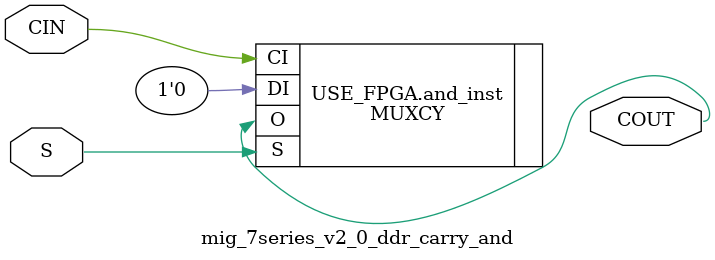
<source format=v>
`timescale 1ps/1ps


module mig_7series_v2_0_ddr_carry_and #
  (
   parameter         C_FAMILY                         = "virtex6"
                       // FPGA Family. Current version: virtex6 or spartan6.
   )
  (
   input  wire        CIN,
   input  wire        S,
   output wire        COUT
   );
  
  
  /////////////////////////////////////////////////////////////////////////////
  // Variables for generating parameter controlled instances.
  /////////////////////////////////////////////////////////////////////////////
  
  
  /////////////////////////////////////////////////////////////////////////////
  // Local params
  /////////////////////////////////////////////////////////////////////////////
  
  
  /////////////////////////////////////////////////////////////////////////////
  // Functions
  /////////////////////////////////////////////////////////////////////////////
  
  
  /////////////////////////////////////////////////////////////////////////////
  // Internal signals
  /////////////////////////////////////////////////////////////////////////////

  
  /////////////////////////////////////////////////////////////////////////////
  // Instantiate or use RTL code
  /////////////////////////////////////////////////////////////////////////////
  
  generate
    if ( C_FAMILY == "rtl" ) begin : USE_RTL
      assign COUT = CIN & S;
      
    end else begin : USE_FPGA
      MUXCY and_inst 
      (
       .O (COUT), 
       .CI (CIN), 
       .DI (1'b0), 
       .S (S)
      ); 
      
    end
  endgenerate
  
  
endmodule

</source>
